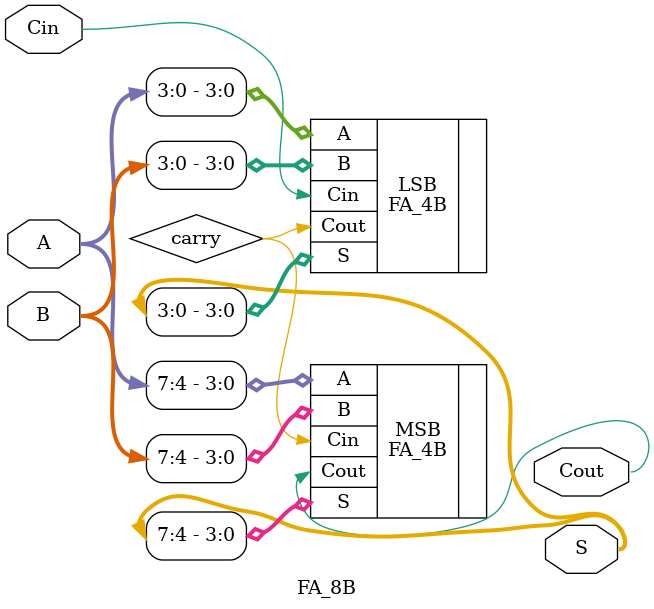
<source format=sv>
`timescale 1ns/1ps


module FA_8B
(
	input wire [7:0]A, B,
	input wire Cin,
	output wire [7:0]S,
	output wire Cout
);

wire carry;

FA_4B LSB
(
	.A(A[3:0]),
	.B(B[3:0]),
	.S(S[3:0]),

	.Cin(Cin),
	.Cout(carry)
);

FA_4B MSB
(
	.A(A[7:4]),
	.B(B[7:4]),
	.S(S[7:4]),

	.Cin(carry),
	.Cout(Cout)
);





endmodule

</source>
